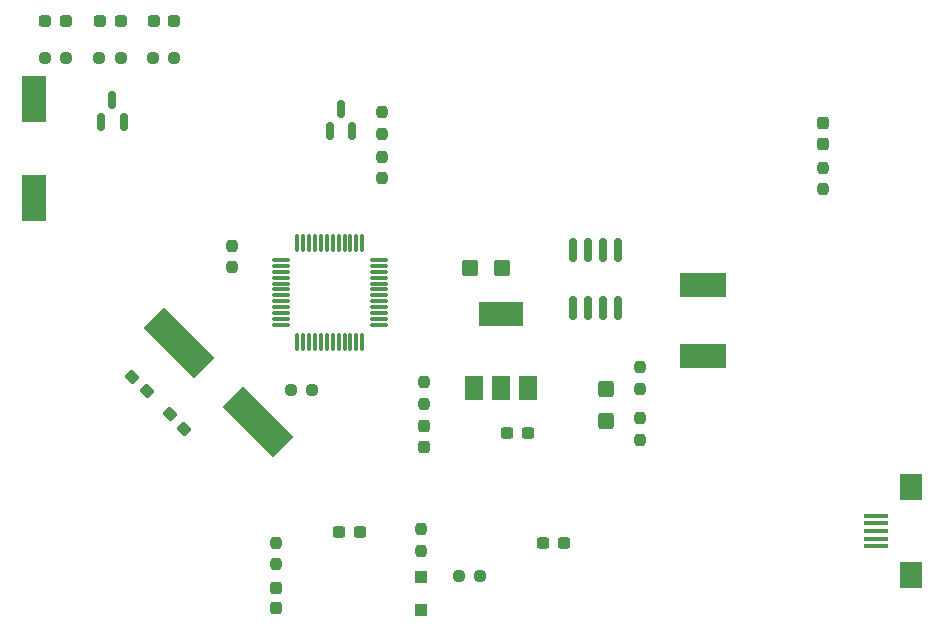
<source format=gbr>
%TF.GenerationSoftware,KiCad,Pcbnew,(6.0.4)*%
%TF.CreationDate,2022-06-24T18:11:39+09:00*%
%TF.ProjectId,cleanbot,636c6561-6e62-46f7-942e-6b696361645f,rev?*%
%TF.SameCoordinates,Original*%
%TF.FileFunction,Paste,Top*%
%TF.FilePolarity,Positive*%
%FSLAX46Y46*%
G04 Gerber Fmt 4.6, Leading zero omitted, Abs format (unit mm)*
G04 Created by KiCad (PCBNEW (6.0.4)) date 2022-06-24 18:11:39*
%MOMM*%
%LPD*%
G01*
G04 APERTURE LIST*
G04 Aperture macros list*
%AMRoundRect*
0 Rectangle with rounded corners*
0 $1 Rounding radius*
0 $2 $3 $4 $5 $6 $7 $8 $9 X,Y pos of 4 corners*
0 Add a 4 corners polygon primitive as box body*
4,1,4,$2,$3,$4,$5,$6,$7,$8,$9,$2,$3,0*
0 Add four circle primitives for the rounded corners*
1,1,$1+$1,$2,$3*
1,1,$1+$1,$4,$5*
1,1,$1+$1,$6,$7*
1,1,$1+$1,$8,$9*
0 Add four rect primitives between the rounded corners*
20,1,$1+$1,$2,$3,$4,$5,0*
20,1,$1+$1,$4,$5,$6,$7,0*
20,1,$1+$1,$6,$7,$8,$9,0*
20,1,$1+$1,$8,$9,$2,$3,0*%
%AMRotRect*
0 Rectangle, with rotation*
0 The origin of the aperture is its center*
0 $1 length*
0 $2 width*
0 $3 Rotation angle, in degrees counterclockwise*
0 Add horizontal line*
21,1,$1,$2,0,0,$3*%
G04 Aperture macros list end*
%ADD10RoundRect,0.150000X0.150000X-0.825000X0.150000X0.825000X-0.150000X0.825000X-0.150000X-0.825000X0*%
%ADD11RoundRect,0.237500X-0.237500X0.250000X-0.237500X-0.250000X0.237500X-0.250000X0.237500X0.250000X0*%
%ADD12RoundRect,0.237500X-0.250000X-0.237500X0.250000X-0.237500X0.250000X0.237500X-0.250000X0.237500X0*%
%ADD13RoundRect,0.237500X0.237500X-0.250000X0.237500X0.250000X-0.237500X0.250000X-0.237500X-0.250000X0*%
%ADD14RoundRect,0.237500X-0.380070X0.044194X0.044194X-0.380070X0.380070X-0.044194X-0.044194X0.380070X0*%
%ADD15RoundRect,0.237500X-0.287500X-0.237500X0.287500X-0.237500X0.287500X0.237500X-0.287500X0.237500X0*%
%ADD16RoundRect,0.237500X-0.237500X0.287500X-0.237500X-0.287500X0.237500X-0.287500X0.237500X0.287500X0*%
%ADD17R,4.000000X2.000000*%
%ADD18RoundRect,0.150000X0.150000X-0.587500X0.150000X0.587500X-0.150000X0.587500X-0.150000X-0.587500X0*%
%ADD19RoundRect,0.237500X0.380070X-0.044194X-0.044194X0.380070X-0.380070X0.044194X0.044194X-0.380070X0*%
%ADD20RoundRect,0.237500X-0.300000X-0.237500X0.300000X-0.237500X0.300000X0.237500X-0.300000X0.237500X0*%
%ADD21RoundRect,0.250000X0.450000X0.425000X-0.450000X0.425000X-0.450000X-0.425000X0.450000X-0.425000X0*%
%ADD22R,1.100000X1.100000*%
%ADD23RoundRect,0.250000X-0.425000X0.450000X-0.425000X-0.450000X0.425000X-0.450000X0.425000X0.450000X0*%
%ADD24R,2.000000X4.000000*%
%ADD25RotRect,6.000000X2.500000X135.000000*%
%ADD26RoundRect,0.237500X0.250000X0.237500X-0.250000X0.237500X-0.250000X-0.237500X0.250000X-0.237500X0*%
%ADD27RoundRect,0.237500X0.237500X-0.287500X0.237500X0.287500X-0.237500X0.287500X-0.237500X-0.287500X0*%
%ADD28RoundRect,0.075000X0.075000X-0.662500X0.075000X0.662500X-0.075000X0.662500X-0.075000X-0.662500X0*%
%ADD29RoundRect,0.075000X0.662500X-0.075000X0.662500X0.075000X-0.662500X0.075000X-0.662500X-0.075000X0*%
%ADD30R,1.500000X2.000000*%
%ADD31R,3.800000X2.000000*%
%ADD32R,2.000000X0.400000*%
%ADD33R,1.900000X2.300000*%
%ADD34RoundRect,0.237500X0.300000X0.237500X-0.300000X0.237500X-0.300000X-0.237500X0.300000X-0.237500X0*%
G04 APERTURE END LIST*
D10*
%TO.C,U3*%
X52451000Y29021000D03*
X53721000Y29021000D03*
X54991000Y29021000D03*
X56261000Y29021000D03*
X56261000Y33971000D03*
X54991000Y33971000D03*
X53721000Y33971000D03*
X52451000Y33971000D03*
%TD*%
D11*
%TO.C,R9*%
X27305000Y9167500D03*
X27305000Y7342500D03*
%TD*%
D12*
%TO.C,R12*%
X7737500Y50165000D03*
X9562500Y50165000D03*
%TD*%
D13*
%TO.C,R4*%
X36271200Y43791500D03*
X36271200Y45616500D03*
%TD*%
D14*
%TO.C,C4*%
X15138120Y23215880D03*
X16357880Y21996120D03*
%TD*%
D15*
%TO.C,D6*%
X7775000Y53340000D03*
X9525000Y53340000D03*
%TD*%
D12*
%TO.C,R13*%
X42775500Y6350000D03*
X44600500Y6350000D03*
%TD*%
D16*
%TO.C,D2*%
X73660000Y44690000D03*
X73660000Y42940000D03*
%TD*%
D11*
%TO.C,R14*%
X39624000Y10310500D03*
X39624000Y8485500D03*
%TD*%
%TO.C,R5*%
X58166000Y24026500D03*
X58166000Y22201500D03*
%TD*%
D17*
%TO.C,R15*%
X63500000Y24940000D03*
X63500000Y30940000D03*
%TD*%
D13*
%TO.C,R6*%
X58166000Y17883500D03*
X58166000Y19708500D03*
%TD*%
D18*
%TO.C,Q2*%
X12512000Y44782500D03*
X14412000Y44782500D03*
X13462000Y46657500D03*
%TD*%
D19*
%TO.C,C6*%
X18313120Y20040880D03*
X19532880Y18821120D03*
%TD*%
D15*
%TO.C,D1*%
X16952000Y53340000D03*
X18702000Y53340000D03*
%TD*%
D13*
%TO.C,R1*%
X23622000Y32488500D03*
X23622000Y34313500D03*
%TD*%
D20*
%TO.C,C15*%
X32665500Y10033000D03*
X34390500Y10033000D03*
%TD*%
D15*
%TO.C,D4*%
X12460000Y53340000D03*
X14210000Y53340000D03*
%TD*%
D12*
%TO.C,R7*%
X16867500Y50165000D03*
X18692500Y50165000D03*
%TD*%
D21*
%TO.C,C12*%
X46435000Y32385000D03*
X43735000Y32385000D03*
%TD*%
D11*
%TO.C,R11*%
X39878000Y22756500D03*
X39878000Y20931500D03*
%TD*%
D18*
%TO.C,Q1*%
X31866800Y44020500D03*
X33766800Y44020500D03*
X32816800Y45895500D03*
%TD*%
D22*
%TO.C,D7*%
X39624000Y6226000D03*
X39624000Y3426000D03*
%TD*%
D23*
%TO.C,C13*%
X55245000Y22178000D03*
X55245000Y19478000D03*
%TD*%
D24*
%TO.C,LS1*%
X6858000Y38354000D03*
X6858000Y46736000D03*
%TD*%
D25*
%TO.C,Y1*%
X25837757Y19374243D03*
X19120243Y26091757D03*
%TD*%
D13*
%TO.C,R8*%
X73660000Y39092500D03*
X73660000Y40917500D03*
%TD*%
D12*
%TO.C,R10*%
X12375500Y50165000D03*
X14200500Y50165000D03*
%TD*%
D13*
%TO.C,R3*%
X36271200Y40032300D03*
X36271200Y41857300D03*
%TD*%
D26*
%TO.C,R2*%
X30376500Y22098000D03*
X28551500Y22098000D03*
%TD*%
D27*
%TO.C,D5*%
X39878000Y17286000D03*
X39878000Y19036000D03*
%TD*%
D28*
%TO.C,U1*%
X29127000Y26190500D03*
X29627000Y26190500D03*
X30127000Y26190500D03*
X30627000Y26190500D03*
X31127000Y26190500D03*
X31627000Y26190500D03*
X32127000Y26190500D03*
X32627000Y26190500D03*
X33127000Y26190500D03*
X33627000Y26190500D03*
X34127000Y26190500D03*
X34627000Y26190500D03*
D29*
X36039500Y27603000D03*
X36039500Y28103000D03*
X36039500Y28603000D03*
X36039500Y29103000D03*
X36039500Y29603000D03*
X36039500Y30103000D03*
X36039500Y30603000D03*
X36039500Y31103000D03*
X36039500Y31603000D03*
X36039500Y32103000D03*
X36039500Y32603000D03*
X36039500Y33103000D03*
D28*
X34627000Y34515500D03*
X34127000Y34515500D03*
X33627000Y34515500D03*
X33127000Y34515500D03*
X32627000Y34515500D03*
X32127000Y34515500D03*
X31627000Y34515500D03*
X31127000Y34515500D03*
X30627000Y34515500D03*
X30127000Y34515500D03*
X29627000Y34515500D03*
X29127000Y34515500D03*
D29*
X27714500Y33103000D03*
X27714500Y32603000D03*
X27714500Y32103000D03*
X27714500Y31603000D03*
X27714500Y31103000D03*
X27714500Y30603000D03*
X27714500Y30103000D03*
X27714500Y29603000D03*
X27714500Y29103000D03*
X27714500Y28603000D03*
X27714500Y28103000D03*
X27714500Y27603000D03*
%TD*%
D30*
%TO.C,U2*%
X44055000Y22250000D03*
D31*
X46355000Y28550000D03*
D30*
X46355000Y22250000D03*
X48655000Y22250000D03*
%TD*%
D32*
%TO.C,J12*%
X78150000Y8860000D03*
X78150000Y9510000D03*
X78150000Y10160000D03*
X78150000Y10810000D03*
X78150000Y11460000D03*
D33*
X81100000Y13910000D03*
X81100000Y6410000D03*
%TD*%
D34*
%TO.C,C11*%
X48641000Y18415000D03*
X46916000Y18415000D03*
%TD*%
D20*
%TO.C,C14*%
X49937500Y9144000D03*
X51662500Y9144000D03*
%TD*%
D27*
%TO.C,D3*%
X27305000Y3607500D03*
X27305000Y5357500D03*
%TD*%
M02*

</source>
